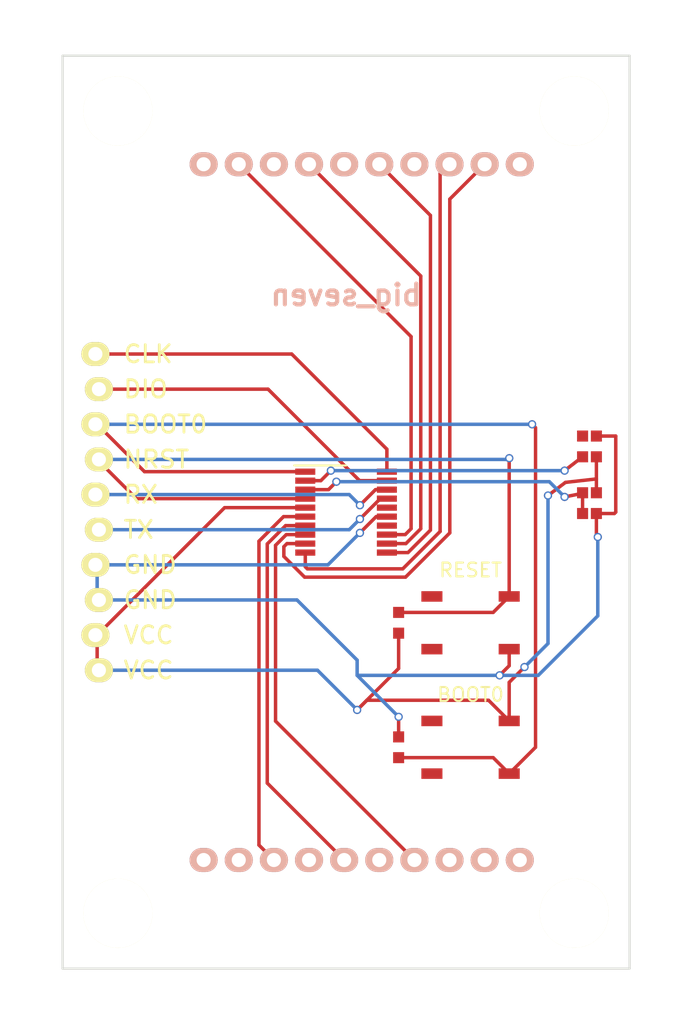
<source format=kicad_pcb>
(kicad_pcb (version 4) (host pcbnew 4.0.2+dfsg1-stable)

  (general
    (links 0)
    (no_connects 0)
    (area 118.774999 66.774999 169.225001 141.225001)
    (thickness 1.6)
    (drawings 16)
    (tracks 137)
    (zones 0)
    (modules 15)
    (nets 1)
  )

  (page A4)
  (layers
    (0 F.Cu signal)
    (31 B.Cu signal)
    (32 B.Adhes user)
    (33 F.Adhes user)
    (34 B.Paste user)
    (35 F.Paste user)
    (36 B.SilkS user)
    (37 F.SilkS user)
    (38 B.Mask user)
    (39 F.Mask user)
    (40 Dwgs.User user)
    (41 Cmts.User user)
    (42 Eco1.User user)
    (43 Eco2.User user)
    (44 Edge.Cuts user)
    (45 Margin user)
    (46 B.CrtYd user)
    (47 F.CrtYd user)
    (48 B.Fab user)
    (49 F.Fab user)
  )

  (setup
    (last_trace_width 0.25)
    (trace_clearance 0.2)
    (zone_clearance 0.508)
    (zone_45_only no)
    (trace_min 0.2)
    (segment_width 0.2)
    (edge_width 0.15)
    (via_size 0.6)
    (via_drill 0.4)
    (via_min_size 0.4)
    (via_min_drill 0.3)
    (uvia_size 0.3)
    (uvia_drill 0.1)
    (uvias_allowed no)
    (uvia_min_size 0.2)
    (uvia_min_drill 0.1)
    (pcb_text_width 0.3)
    (pcb_text_size 1.5 1.5)
    (mod_edge_width 0.15)
    (mod_text_size 1 1)
    (mod_text_width 0.15)
    (pad_size 1.524 1.524)
    (pad_drill 0.762)
    (pad_to_mask_clearance 0.2)
    (aux_axis_origin 0 0)
    (visible_elements FFFFFF7F)
    (pcbplotparams
      (layerselection 0x00030_80000001)
      (usegerberextensions false)
      (excludeedgelayer true)
      (linewidth 0.150000)
      (plotframeref false)
      (viasonmask false)
      (mode 1)
      (useauxorigin false)
      (hpglpennumber 1)
      (hpglpenspeed 20)
      (hpglpendiameter 15)
      (hpglpenoverlay 2)
      (psnegative false)
      (psa4output false)
      (plotreference true)
      (plotvalue true)
      (plotinvisibletext false)
      (padsonsilk false)
      (subtractmaskfromsilk false)
      (outputformat 1)
      (mirror false)
      (drillshape 1)
      (scaleselection 1)
      (outputdirectory ""))
  )

  (net 0 "")

  (net_class Default "This is the default net class."
    (clearance 0.2)
    (trace_width 0.25)
    (via_dia 0.6)
    (via_drill 0.4)
    (uvia_dia 0.3)
    (uvia_drill 0.1)
  )

  (module my_modules:LCD-S101D14TR (layer B.Cu) (tedit 0) (tstamp 5C7C242C)
    (at 144 104 180)
    (descr LCD)
    (tags "pin header")
    (fp_text reference "" (at 0 2.4 180) (layer B.SilkS)
      (effects (font (size 0.5 0.5) (thickness 0.01)) (justify mirror))
    )
    (fp_text value "" (at 0 3.1 180) (layer B.Fab)
      (effects (font (size 0.5 0.5) (thickness 0.01)) (justify mirror))
    )
    (fp_line (start -16.5 25) (end -16.5 -25) (layer B.CrtYd) (width 0.05))
    (fp_line (start 16.5 25) (end 16.5 -25) (layer B.CrtYd) (width 0.05))
    (fp_line (start -16.5 25) (end 16.5 25) (layer B.CrtYd) (width 0.05))
    (fp_line (start -16.5 -25) (end 16.5 -25) (layer B.CrtYd) (width 0.05))
    (fp_line (start -25 0) (end 25 0) (layer B.CrtYd) (width 0.05))
    (fp_line (start 0 35) (end 0 -35) (layer B.CrtYd) (width 0.05))
    (pad 10 thru_hole oval (at 10.3 -25.15 180) (size 2.032 1.7272) (drill 1.016) (layers *.Cu *.Mask B.SilkS))
    (pad 9 thru_hole oval (at 7.76 -25.15 180) (size 2.032 1.7272) (drill 1.016) (layers *.Cu *.Mask B.SilkS))
    (pad 8 thru_hole oval (at 5.22 -25.15 180) (size 2.032 1.7272) (drill 1.016) (layers *.Cu *.Mask B.SilkS))
    (pad 7 thru_hole oval (at 2.68 -25.15 180) (size 2.032 1.7272) (drill 1.016) (layers *.Cu *.Mask B.SilkS))
    (pad 6 thru_hole oval (at 0.14 -25.15 180) (size 2.032 1.7272) (drill 1.016) (layers *.Cu *.Mask B.SilkS))
    (pad 5 thru_hole oval (at -2.4 -25.15 180) (size 2.032 1.7272) (drill 1.016) (layers *.Cu *.Mask B.SilkS))
    (pad 4 thru_hole oval (at -4.94 -25.15 180) (size 2.032 1.7272) (drill 1.016) (layers *.Cu *.Mask B.SilkS))
    (pad 3 thru_hole oval (at -7.48 -25.15 180) (size 2.032 1.7272) (drill 1.016) (layers *.Cu *.Mask B.SilkS))
    (pad 2 thru_hole oval (at -10.02 -25.15 180) (size 2.032 1.7272) (drill 1.016) (layers *.Cu *.Mask B.SilkS))
    (pad 1 thru_hole oval (at -12.56 -25.15 180) (size 2.032 1.7272) (drill 1.016) (layers *.Cu *.Mask B.SilkS))
    (pad 11 thru_hole oval (at 10.3 25.15 180) (size 2.032 1.7272) (drill 1.016) (layers *.Cu *.Mask B.SilkS))
    (pad 12 thru_hole oval (at 7.76 25.15 180) (size 2.032 1.7272) (drill 1.016) (layers *.Cu *.Mask B.SilkS))
    (pad 13 thru_hole oval (at 5.22 25.15 180) (size 2.032 1.7272) (drill 1.016) (layers *.Cu *.Mask B.SilkS))
    (pad 14 thru_hole oval (at 2.68 25.15 180) (size 2.032 1.7272) (drill 1.016) (layers *.Cu *.Mask B.SilkS))
    (pad 15 thru_hole oval (at 0.14 25.15 180) (size 2.032 1.7272) (drill 1.016) (layers *.Cu *.Mask B.SilkS))
    (pad 16 thru_hole oval (at -2.4 25.15 180) (size 2.032 1.7272) (drill 1.016) (layers *.Cu *.Mask B.SilkS))
    (pad 17 thru_hole oval (at -4.94 25.15 180) (size 2.032 1.7272) (drill 1.016) (layers *.Cu *.Mask B.SilkS))
    (pad 18 thru_hole oval (at -7.48 25.15 180) (size 2.032 1.7272) (drill 1.016) (layers *.Cu *.Mask B.SilkS))
    (pad 19 thru_hole oval (at -10.02 25.15 180) (size 2.032 1.7272) (drill 1.016) (layers *.Cu *.Mask B.SilkS))
    (pad 20 thru_hole oval (at -12.56 25.15 180) (size 2.032 1.7272) (drill 1.016) (layers *.Cu *.Mask B.SilkS))
  )

  (module my_modules:STM32 (layer F.Cu) (tedit 54130A77) (tstamp 5C7C2CB8)
    (at 144 104)
    (descr STM32)
    (tags STM32)
    (attr smd)
    (fp_text reference "" (at 0 -4.3) (layer F.SilkS)
      (effects (font (size 1 1) (thickness 0.15)))
    )
    (fp_text value "" (at -1.5 -3) (layer F.Fab)
      (effects (font (size 0.5 0.5) (thickness 0.01)))
    )
    (fp_text user STM32 (at 0 0 90) (layer F.Fab)
      (effects (font (size 0.8 0.8) (thickness 0.1)))
    )
    (fp_line (start -3.95 -3.55) (end -3.95 3.55) (layer F.CrtYd) (width 0.05))
    (fp_line (start 3.95 -3.55) (end 3.95 3.55) (layer F.CrtYd) (width 0.05))
    (fp_line (start -3.95 -3.55) (end 3.95 -3.55) (layer F.CrtYd) (width 0.05))
    (fp_line (start -3.95 3.55) (end 3.95 3.55) (layer F.CrtYd) (width 0.05))
    (fp_line (start -3.75 -3.375) (end 0 -3.375) (layer F.SilkS) (width 0.15))
    (fp_line (start -2.2 -3.25) (end 2.2 -3.25) (layer F.Fab) (width 0.01))
    (fp_line (start -2.2 3.25) (end 2.2 3.25) (layer F.Fab) (width 0.01))
    (fp_line (start -2.2 -3.25) (end -2.2 3.25) (layer F.Fab) (width 0.01))
    (fp_line (start 2.2 -3.25) (end 2.2 3.25) (layer F.Fab) (width 0.01))
    (fp_line (start -8 0) (end 8 0) (layer F.CrtYd) (width 0.05))
    (fp_line (start 0 -8) (end 0 8) (layer F.CrtYd) (width 0.05))
    (pad BOOT smd rect (at -2.95 -2.925) (size 1.45 0.45) (layers F.Cu F.Paste F.Mask))
    (pad 2 smd rect (at -2.95 -2.275) (size 1.45 0.45) (layers F.Cu F.Paste F.Mask))
    (pad 3 smd rect (at -2.95 -1.625) (size 1.45 0.45) (layers F.Cu F.Paste F.Mask))
    (pad NRST smd rect (at -2.95 -0.975) (size 1.45 0.45) (layers F.Cu F.Paste F.Mask))
    (pad VCC smd rect (at -2.95 -0.325) (size 1.45 0.45) (layers F.Cu F.Paste F.Mask))
    (pad PA0 smd rect (at -2.95 0.325) (size 1.45 0.45) (layers F.Cu F.Paste F.Mask))
    (pad PA1 smd rect (at -2.95 0.975) (size 1.45 0.45) (layers F.Cu F.Paste F.Mask))
    (pad PA2 smd rect (at -2.95 1.625) (size 1.45 0.45) (layers F.Cu F.Paste F.Mask))
    (pad PA3 smd rect (at -2.95 2.275) (size 1.45 0.45) (layers F.Cu F.Paste F.Mask))
    (pad PA4 smd rect (at -2.95 2.925) (size 1.45 0.45) (layers F.Cu F.Paste F.Mask))
    (pad PA5 smd rect (at 2.95 2.925) (size 1.45 0.45) (layers F.Cu F.Paste F.Mask))
    (pad PA6 smd rect (at 2.95 2.275) (size 1.45 0.45) (layers F.Cu F.Paste F.Mask))
    (pad PA7 smd rect (at 2.95 1.625) (size 1.45 0.45) (layers F.Cu F.Paste F.Mask))
    (pad PB1 smd rect (at 2.95 0.975) (size 1.45 0.45) (layers F.Cu F.Paste F.Mask))
    (pad GND smd rect (at 2.95 0.325) (size 1.45 0.45) (layers F.Cu F.Paste F.Mask))
    (pad VCC smd rect (at 2.95 -0.325) (size 1.45 0.45) (layers F.Cu F.Paste F.Mask))
    (pad TX smd rect (at 2.95 -0.975) (size 1.45 0.45) (layers F.Cu F.Paste F.Mask))
    (pad RX smd rect (at 2.95 -1.625) (size 1.45 0.45) (layers F.Cu F.Paste F.Mask))
    (pad DIO smd rect (at 2.95 -2.275) (size 1.45 0.45) (layers F.Cu F.Paste F.Mask))
    (pad CLK smd rect (at 2.95 -2.925) (size 1.45 0.45) (layers F.Cu F.Paste F.Mask))
  )

  (module my_modules:BUTTON4_SMD (layer F.Cu) (tedit 5C7C2D41) (tstamp 5C7C35B9)
    (at 153 121)
    (descr button4_smd)
    (tags "SPST button tactile switch")
    (fp_text reference BOOT0 (at 0 -3.81) (layer F.SilkS)
      (effects (font (size 1 1) (thickness 0.15)))
    )
    (fp_text value "" (at 0 3.81) (layer F.Fab)
      (effects (font (size 1 1) (thickness 0.15)))
    )
    (fp_line (start -1.54 -2.54) (end -2.54 -1.54) (layer F.Fab) (width 0.2032))
    (fp_line (start -2.54 -1.24) (end -2.54 1.27) (layer F.Fab) (width 0.2032))
    (fp_line (start -2.54 1.54) (end -1.54 2.54) (layer F.Fab) (width 0.2032))
    (fp_line (start -1.54 2.54) (end 1.54 2.54) (layer F.Fab) (width 0.2032))
    (fp_line (start 1.54 2.54) (end 2.54 1.54) (layer F.Fab) (width 0.2032))
    (fp_line (start 2.54 1.24) (end 2.54 -1.24) (layer F.Fab) (width 0.2032))
    (fp_line (start 2.54 -1.54) (end 1.54 -2.54) (layer F.Fab) (width 0.2032))
    (fp_line (start 1.54 -2.54) (end -1.54 -2.54) (layer F.Fab) (width 0.2032))
    (fp_line (start 1.905 1.27) (end 1.905 0.445) (layer F.Fab) (width 0.127))
    (fp_line (start 1.905 0.445) (end 2.16 -0.01) (layer F.Fab) (width 0.127))
    (fp_line (start 1.905 -0.23) (end 1.905 -1.115) (layer F.Fab) (width 0.127))
    (fp_circle (center 0 0) (end 0 1.27) (layer F.Fab) (width 0.2032))
    (pad 1 smd rect (at -2.794 1.905) (size 1.524 0.762) (layers F.Cu F.Paste F.Mask))
    (pad 2 smd rect (at 2.794 1.905) (size 1.524 0.762) (layers F.Cu F.Paste F.Mask))
    (pad 3 smd rect (at -2.794 -1.905) (size 1.524 0.762) (layers F.Cu F.Paste F.Mask))
    (pad 4 smd rect (at 2.794 -1.905) (size 1.524 0.762) (layers F.Cu F.Paste F.Mask))
  )

  (module my_modules:BUTTON4_SMD (layer F.Cu) (tedit 5C7C2D34) (tstamp 5C7C39E0)
    (at 153 112)
    (descr button4_smd)
    (tags "SPST button tactile switch")
    (fp_text reference RESET (at 0 -3.81) (layer F.SilkS)
      (effects (font (size 1 1) (thickness 0.15)))
    )
    (fp_text value "" (at 0 3.81) (layer F.Fab)
      (effects (font (size 1 1) (thickness 0.15)))
    )
    (fp_line (start -1.54 -2.54) (end -2.54 -1.54) (layer F.Fab) (width 0.2032))
    (fp_line (start -2.54 -1.24) (end -2.54 1.27) (layer F.Fab) (width 0.2032))
    (fp_line (start -2.54 1.54) (end -1.54 2.54) (layer F.Fab) (width 0.2032))
    (fp_line (start -1.54 2.54) (end 1.54 2.54) (layer F.Fab) (width 0.2032))
    (fp_line (start 1.54 2.54) (end 2.54 1.54) (layer F.Fab) (width 0.2032))
    (fp_line (start 2.54 1.24) (end 2.54 -1.24) (layer F.Fab) (width 0.2032))
    (fp_line (start 2.54 -1.54) (end 1.54 -2.54) (layer F.Fab) (width 0.2032))
    (fp_line (start 1.54 -2.54) (end -1.54 -2.54) (layer F.Fab) (width 0.2032))
    (fp_line (start 1.905 1.27) (end 1.905 0.445) (layer F.Fab) (width 0.127))
    (fp_line (start 1.905 0.445) (end 2.16 -0.01) (layer F.Fab) (width 0.127))
    (fp_line (start 1.905 -0.23) (end 1.905 -1.115) (layer F.Fab) (width 0.127))
    (fp_circle (center 0 0) (end 0 1.27) (layer F.Fab) (width 0.2032))
    (pad 1 smd rect (at -2.794 1.905) (size 1.524 0.762) (layers F.Cu F.Paste F.Mask))
    (pad 2 smd rect (at 2.794 1.905) (size 1.524 0.762) (layers F.Cu F.Paste F.Mask))
    (pad 3 smd rect (at -2.794 -1.905) (size 1.524 0.762) (layers F.Cu F.Paste F.Mask))
    (pad 4 smd rect (at 2.794 -1.905) (size 1.524 0.762) (layers F.Cu F.Paste F.Mask))
  )

  (module my_modules:R_0603 (layer F.Cu) (tedit 5415CC62) (tstamp 5C7C3E66)
    (at 147.8 112 90)
    (descr R0603)
    (tags "resistor capacitor led 0603")
    (attr smd)
    (fp_text reference "" (at 0 0 90) (layer F.SilkS)
      (effects (font (size 0.5 0.5) (thickness 0.1)))
    )
    (fp_text value R (at 0 0 90) (layer F.Fab)
      (effects (font (size 0.5 0.5) (thickness 0.01)))
    )
    (fp_line (start -1.2 -0.45) (end 1.2 -0.45) (layer F.CrtYd) (width 0.01))
    (fp_line (start -1.2 0.45) (end 1.2 0.45) (layer F.CrtYd) (width 0.01))
    (fp_line (start -1.2 -0.45) (end -1.2 0.45) (layer F.CrtYd) (width 0.01))
    (fp_line (start 1.2 -0.45) (end 1.2 0.45) (layer F.CrtYd) (width 0.01))
    (pad 1 smd rect (at -0.75 0 90) (size 0.8 0.8) (layers F.Cu F.Paste F.Mask))
    (pad 2 smd rect (at 0.75 0 90) (size 0.8 0.8) (layers F.Cu F.Paste F.Mask))
  )

  (module my_modules:R_0603 (layer F.Cu) (tedit 5415CC62) (tstamp 5C7C3E79)
    (at 147.8 121 90)
    (descr R0603)
    (tags "resistor capacitor led 0603")
    (attr smd)
    (fp_text reference "" (at 0 0 90) (layer F.SilkS)
      (effects (font (size 0.5 0.5) (thickness 0.1)))
    )
    (fp_text value R (at 0 0 90) (layer F.Fab)
      (effects (font (size 0.5 0.5) (thickness 0.01)))
    )
    (fp_line (start -1.2 -0.45) (end 1.2 -0.45) (layer F.CrtYd) (width 0.01))
    (fp_line (start -1.2 0.45) (end 1.2 0.45) (layer F.CrtYd) (width 0.01))
    (fp_line (start -1.2 -0.45) (end -1.2 0.45) (layer F.CrtYd) (width 0.01))
    (fp_line (start 1.2 -0.45) (end 1.2 0.45) (layer F.CrtYd) (width 0.01))
    (pad 1 smd rect (at -0.75 0 90) (size 0.8 0.8) (layers F.Cu F.Paste F.Mask))
    (pad 2 smd rect (at 0.75 0 90) (size 0.8 0.8) (layers F.Cu F.Paste F.Mask))
  )

  (module my_modules:Hole0 (layer F.Cu) (tedit 0) (tstamp 5C7C4728)
    (at 160.5 133)
    (descr hole0)
    (tags hole)
    (fp_text reference "" (at 0 0) (layer F.SilkS)
      (effects (font (size 0.5 0.5) (thickness 0.01)))
    )
    (fp_text value "" (at 0 0) (layer F.Fab)
      (effects (font (size 0.5 0.5) (thickness 0.01)))
    )
    (fp_line (start -8 0) (end 8 0) (layer F.CrtYd) (width 0.05))
    (fp_line (start 0 -8) (end 0 8) (layer F.CrtYd) (width 0.05))
    (fp_line (start -3 -3) (end -3 3) (layer F.CrtYd) (width 0.05))
    (fp_line (start 3 -3) (end 3 3) (layer F.CrtYd) (width 0.05))
    (fp_line (start -3 -3) (end 3 -3) (layer F.CrtYd) (width 0.05))
    (fp_line (start -3 3) (end 3 3) (layer F.CrtYd) (width 0.05))
    (fp_line (start -4 -4) (end -4 4) (layer F.CrtYd) (width 0.05))
    (fp_line (start 4 -4) (end 4 4) (layer F.CrtYd) (width 0.05))
    (fp_line (start -4 -4) (end 4 -4) (layer F.CrtYd) (width 0.05))
    (fp_line (start -4 4) (end 4 4) (layer F.CrtYd) (width 0.05))
    (pad "" np_thru_hole circle (at 0 0) (size 5 5) (drill 5) (layers *.Cu *.Mask F.SilkS))
  )

  (module my_modules:Hole0 (layer F.Cu) (tedit 0) (tstamp 5C7C4745)
    (at 127.5 133)
    (descr hole0)
    (tags hole)
    (fp_text reference "" (at 0 0) (layer F.SilkS)
      (effects (font (size 0.5 0.5) (thickness 0.01)))
    )
    (fp_text value "" (at 0 0) (layer F.Fab)
      (effects (font (size 0.5 0.5) (thickness 0.01)))
    )
    (fp_line (start -8 0) (end 8 0) (layer F.CrtYd) (width 0.05))
    (fp_line (start 0 -8) (end 0 8) (layer F.CrtYd) (width 0.05))
    (fp_line (start -3 -3) (end -3 3) (layer F.CrtYd) (width 0.05))
    (fp_line (start 3 -3) (end 3 3) (layer F.CrtYd) (width 0.05))
    (fp_line (start -3 -3) (end 3 -3) (layer F.CrtYd) (width 0.05))
    (fp_line (start -3 3) (end 3 3) (layer F.CrtYd) (width 0.05))
    (fp_line (start -4 -4) (end -4 4) (layer F.CrtYd) (width 0.05))
    (fp_line (start 4 -4) (end 4 4) (layer F.CrtYd) (width 0.05))
    (fp_line (start -4 -4) (end 4 -4) (layer F.CrtYd) (width 0.05))
    (fp_line (start -4 4) (end 4 4) (layer F.CrtYd) (width 0.05))
    (pad "" np_thru_hole circle (at 0 0) (size 5 5) (drill 5) (layers *.Cu *.Mask F.SilkS))
  )

  (module my_modules:Hole0 (layer F.Cu) (tedit 0) (tstamp 5C7C4762)
    (at 160.5 75)
    (descr hole0)
    (tags hole)
    (fp_text reference "" (at 0 0) (layer F.SilkS)
      (effects (font (size 0.5 0.5) (thickness 0.01)))
    )
    (fp_text value "" (at 0 0) (layer F.Fab)
      (effects (font (size 0.5 0.5) (thickness 0.01)))
    )
    (fp_line (start -8 0) (end 8 0) (layer F.CrtYd) (width 0.05))
    (fp_line (start 0 -8) (end 0 8) (layer F.CrtYd) (width 0.05))
    (fp_line (start -3 -3) (end -3 3) (layer F.CrtYd) (width 0.05))
    (fp_line (start 3 -3) (end 3 3) (layer F.CrtYd) (width 0.05))
    (fp_line (start -3 -3) (end 3 -3) (layer F.CrtYd) (width 0.05))
    (fp_line (start -3 3) (end 3 3) (layer F.CrtYd) (width 0.05))
    (fp_line (start -4 -4) (end -4 4) (layer F.CrtYd) (width 0.05))
    (fp_line (start 4 -4) (end 4 4) (layer F.CrtYd) (width 0.05))
    (fp_line (start -4 -4) (end 4 -4) (layer F.CrtYd) (width 0.05))
    (fp_line (start -4 4) (end 4 4) (layer F.CrtYd) (width 0.05))
    (pad "" np_thru_hole circle (at 0 0) (size 5 5) (drill 5) (layers *.Cu *.Mask F.SilkS))
  )

  (module my_modules:Hole0 (layer F.Cu) (tedit 0) (tstamp 5C7C477F)
    (at 127.5 75)
    (descr hole0)
    (tags hole)
    (fp_text reference "" (at 0 0) (layer F.SilkS)
      (effects (font (size 0.5 0.5) (thickness 0.01)))
    )
    (fp_text value "" (at 0 0) (layer F.Fab)
      (effects (font (size 0.5 0.5) (thickness 0.01)))
    )
    (fp_line (start -8 0) (end 8 0) (layer F.CrtYd) (width 0.05))
    (fp_line (start 0 -8) (end 0 8) (layer F.CrtYd) (width 0.05))
    (fp_line (start -3 -3) (end -3 3) (layer F.CrtYd) (width 0.05))
    (fp_line (start 3 -3) (end 3 3) (layer F.CrtYd) (width 0.05))
    (fp_line (start -3 -3) (end 3 -3) (layer F.CrtYd) (width 0.05))
    (fp_line (start -3 3) (end 3 3) (layer F.CrtYd) (width 0.05))
    (fp_line (start -4 -4) (end -4 4) (layer F.CrtYd) (width 0.05))
    (fp_line (start 4 -4) (end 4 4) (layer F.CrtYd) (width 0.05))
    (fp_line (start -4 -4) (end 4 -4) (layer F.CrtYd) (width 0.05))
    (fp_line (start -4 4) (end 4 4) (layer F.CrtYd) (width 0.05))
    (pad "" np_thru_hole circle (at 0 0) (size 5 5) (drill 5) (layers *.Cu *.Mask F.SilkS))
  )

  (module my_modules:SBRIDGE (layer F.Cu) (tedit 5415CC62) (tstamp 5C7C38BA)
    (at 161.6 100)
    (descr SBRIDGE)
    (tags "resistor capacitor led 0603")
    (attr smd)
    (fp_text reference "" (at 0 0) (layer F.SilkS)
      (effects (font (size 0.5 0.5) (thickness 0.1)))
    )
    (fp_text value "" (at 0 0) (layer F.Fab)
      (effects (font (size 0.5 0.5) (thickness 0.01)))
    )
    (pad 1 smd rect (at -0.5 0) (size 0.8 0.8) (layers F.Cu F.Paste F.Mask))
    (pad 2 smd rect (at 0.5 0) (size 0.8 0.8) (layers F.Cu F.Paste F.Mask))
  )

  (module my_modules:SBRIDGE (layer F.Cu) (tedit 5415CC62) (tstamp 5C7C38C5)
    (at 161.6 102.6)
    (descr SBRIDGE)
    (tags "resistor capacitor led 0603")
    (attr smd)
    (fp_text reference "" (at 0 0) (layer F.SilkS)
      (effects (font (size 0.5 0.5) (thickness 0.1)))
    )
    (fp_text value "" (at 0 0) (layer F.Fab)
      (effects (font (size 0.5 0.5) (thickness 0.01)))
    )
    (pad 1 smd rect (at -0.5 0) (size 0.8 0.8) (layers F.Cu F.Paste F.Mask))
    (pad 2 smd rect (at 0.5 0) (size 0.8 0.8) (layers F.Cu F.Paste F.Mask))
  )

  (module my_modules:SBRIDGE (layer F.Cu) (tedit 5415CC62) (tstamp 5C7C38D0)
    (at 161.6 104.1)
    (descr SBRIDGE)
    (tags "resistor capacitor led 0603")
    (attr smd)
    (fp_text reference "" (at 0 0) (layer F.SilkS)
      (effects (font (size 0.5 0.5) (thickness 0.1)))
    )
    (fp_text value "" (at 0 0) (layer F.Fab)
      (effects (font (size 0.5 0.5) (thickness 0.01)))
    )
    (pad 1 smd rect (at -0.5 0) (size 0.8 0.8) (layers F.Cu F.Paste F.Mask))
    (pad 2 smd rect (at 0.5 0) (size 0.8 0.8) (layers F.Cu F.Paste F.Mask))
  )

  (module my_modules:SBRIDGE (layer F.Cu) (tedit 5415CC62) (tstamp 5C7C38DB)
    (at 161.6 98.5)
    (descr SBRIDGE)
    (tags "resistor capacitor led 0603")
    (attr smd)
    (fp_text reference "" (at 0 0) (layer F.SilkS)
      (effects (font (size 0.5 0.5) (thickness 0.1)))
    )
    (fp_text value "" (at 0 0) (layer F.Fab)
      (effects (font (size 0.5 0.5) (thickness 0.01)))
    )
    (pad 1 smd rect (at -0.5 0) (size 0.8 0.8) (layers F.Cu F.Paste F.Mask))
    (pad 2 smd rect (at 0.5 0) (size 0.8 0.8) (layers F.Cu F.Paste F.Mask))
  )

  (module my_modules:header1x10wiggle (layer F.Cu) (tedit 0) (tstamp 5C7C3B9D)
    (at 126 104)
    (descr "Through hole pin header")
    (tags "pin header")
    (fp_text reference "" (at 0 -2.4) (layer F.SilkS)
      (effects (font (size 0.5 0.5) (thickness 0.01)))
    )
    (fp_text value "" (at 0 -3.1) (layer F.Fab)
      (effects (font (size 0.5 0.5) (thickness 0.01)))
    )
    (fp_line (start -1.75 -13.18) (end -1.75 13.18) (layer F.CrtYd) (width 0.05))
    (fp_line (start 1.75 -13.18) (end 1.75 13.18) (layer F.CrtYd) (width 0.05))
    (fp_line (start -1.75 -13.18) (end 1.75 -13.18) (layer F.CrtYd) (width 0.05))
    (fp_line (start -1.75 13.18) (end 1.75 13.18) (layer F.CrtYd) (width 0.05))
    (fp_line (start -6 -11.43) (end 6 -11.43) (layer F.CrtYd) (width 0.01))
    (fp_line (start -6 0) (end 6 0) (layer F.CrtYd) (width 0.01))
    (fp_line (start -6 11.43) (end 6 11.43) (layer F.CrtYd) (width 0.01))
    (pad 2 thru_hole oval (at -0.127 -11.43) (size 2.032 1.7272) (drill 1.016) (layers *.Cu *.Mask F.SilkS))
    (pad 3 thru_hole oval (at 0.127 -8.89) (size 2.032 1.7272) (drill 1.016) (layers *.Cu *.Mask F.SilkS))
    (pad 4 thru_hole oval (at -0.127 -6.35) (size 2.032 1.7272) (drill 1.016) (layers *.Cu *.Mask F.SilkS))
    (pad 5 thru_hole oval (at 0.127 -3.81) (size 2.032 1.7272) (drill 1.016) (layers *.Cu *.Mask F.SilkS))
    (pad 6 thru_hole oval (at -0.127 -1.27) (size 2.032 1.7272) (drill 1.016) (layers *.Cu *.Mask F.SilkS))
    (pad 7 thru_hole oval (at 0.127 1.27) (size 2.032 1.7272) (drill 1.016) (layers *.Cu *.Mask F.SilkS))
    (pad 8 thru_hole oval (at -0.127 3.81) (size 2.032 1.7272) (drill 1.016) (layers *.Cu *.Mask F.SilkS))
    (pad 9 thru_hole oval (at 0.127 6.35) (size 2.032 1.7272) (drill 1.016) (layers *.Cu *.Mask F.SilkS))
    (pad 10 thru_hole oval (at -0.127 8.89) (size 2.032 1.7272) (drill 1.016) (layers *.Cu *.Mask F.SilkS))
    (pad 11 thru_hole oval (at 0.127 11.43) (size 2.032 1.7272) (drill 1.016) (layers *.Cu *.Mask F.SilkS))
  )

  (gr_text big_seven (at 144 88.3) (layer B.SilkS)
    (effects (font (size 1.5 1.5) (thickness 0.3)) (justify mirror))
  )
  (gr_line (start 164.5 71) (end 164.5 72) (angle 90) (layer Edge.Cuts) (width 0.15))
  (gr_line (start 123.5 71) (end 164.5 71) (angle 90) (layer Edge.Cuts) (width 0.15))
  (gr_line (start 123.5 137) (end 123.5 71) (angle 90) (layer Edge.Cuts) (width 0.15))
  (gr_line (start 164.5 137) (end 123.5 137) (angle 90) (layer Edge.Cuts) (width 0.15))
  (gr_line (start 164.5 72) (end 164.5 137) (angle 90) (layer Edge.Cuts) (width 0.15))
  (gr_text VCC (at 127.8 115.43) (layer F.SilkS)
    (effects (font (size 1.25 1.25) (thickness 0.2)) (justify left))
  )
  (gr_text VCC (at 127.8 112.89) (layer F.SilkS)
    (effects (font (size 1.25 1.25) (thickness 0.2)) (justify left))
  )
  (gr_text GND (at 127.8 110.35) (layer F.SilkS)
    (effects (font (size 1.25 1.25) (thickness 0.2)) (justify left))
  )
  (gr_text GND (at 127.8 107.81) (layer F.SilkS)
    (effects (font (size 1.25 1.25) (thickness 0.2)) (justify left))
  )
  (gr_text TX (at 127.8 105.27) (layer F.SilkS)
    (effects (font (size 1.25 1.25) (thickness 0.2)) (justify left))
  )
  (gr_text RX (at 127.8 102.73) (layer F.SilkS)
    (effects (font (size 1.25 1.25) (thickness 0.2)) (justify left))
  )
  (gr_text NRST (at 127.8 100.19) (layer F.SilkS)
    (effects (font (size 1.25 1.25) (thickness 0.2)) (justify left))
  )
  (gr_text BOOT0 (at 127.8 97.65) (layer F.SilkS)
    (effects (font (size 1.25 1.25) (thickness 0.2)) (justify left))
  )
  (gr_text DIO (at 127.8 95.11) (layer F.SilkS)
    (effects (font (size 1.25 1.25) (thickness 0.2)) (justify left))
  )
  (gr_text CLK (at 127.8 92.57) (layer F.SilkS)
    (effects (font (size 1.25 1.25) (thickness 0.2)) (justify left))
  )

  (segment (start 162.1 98.5) (end 163.5 98.5) (width 0.25) (layer F.Cu) (net 0))
  (segment (start 163.4 104.1) (end 162.1 104.1) (width 0.25) (layer F.Cu) (net 0) (tstamp 5C7C3932))
  (segment (start 163.5 104) (end 163.4 104.1) (width 0.25) (layer F.Cu) (net 0) (tstamp 5C7C3931))
  (segment (start 163.5 98.5) (end 163.5 104) (width 0.25) (layer F.Cu) (net 0) (tstamp 5C7C3930))
  (segment (start 155.1 115.8) (end 157.9 115.8) (width 0.25) (layer B.Cu) (net 0))
  (segment (start 162.1 105.7) (end 162.1 104.1) (width 0.25) (layer F.Cu) (net 0) (tstamp 5C7C3929))
  (segment (start 162.2 105.8) (end 162.1 105.7) (width 0.25) (layer F.Cu) (net 0) (tstamp 5C7C3928))
  (via (at 162.2 105.8) (size 0.6) (drill 0.4) (layers F.Cu B.Cu) (net 0))
  (segment (start 162.2 111.5) (end 162.2 105.8) (width 0.25) (layer B.Cu) (net 0) (tstamp 5C7C3925))
  (segment (start 157.9 115.8) (end 162.2 111.5) (width 0.25) (layer B.Cu) (net 0) (tstamp 5C7C3923))
  (segment (start 162.1 101.6) (end 162.1 102.6) (width 0.25) (layer F.Cu) (net 0))
  (segment (start 162.1 100) (end 162.1 101.6) (width 0.25) (layer F.Cu) (net 0))
  (segment (start 155.794 116.306) (end 156.9 115.2) (width 0.25) (layer F.Cu) (net 0) (tstamp 5C7C38EA))
  (via (at 156.9 115.2) (size 0.6) (drill 0.4) (layers F.Cu B.Cu) (net 0))
  (segment (start 156.9 115.2) (end 158.6 113.5) (width 0.25) (layer B.Cu) (net 0) (tstamp 5C7C38ED))
  (segment (start 158.6 113.5) (end 158.6 102.8) (width 0.25) (layer B.Cu) (net 0) (tstamp 5C7C38EE))
  (via (at 158.6 102.8) (size 0.6) (drill 0.4) (layers F.Cu B.Cu) (net 0))
  (segment (start 158.6 102.8) (end 159.862384 101.850015) (width 0.25) (layer F.Cu) (net 0) (tstamp 5C7C38F1))
  (segment (start 159.862384 101.850015) (end 162.1 101.6) (width 0.25) (layer F.Cu) (net 0) (tstamp 5C7C38F2))
  (segment (start 155.794 116.306) (end 155.794 119.095) (width 0.25) (layer F.Cu) (net 0))
  (segment (start 161.1 100) (end 159.8 101) (width 0.25) (layer F.Cu) (net 0) (tstamp 5C7C38E2))
  (segment (start 142.175 101.725) (end 142.9 101) (width 0.25) (layer F.Cu) (net 0) (tstamp 5C7C479D))
  (via (at 142.9 101) (size 0.6) (drill 0.4) (layers F.Cu B.Cu) (net 0))
  (segment (start 142.9 101) (end 159.8 101) (width 0.25) (layer B.Cu) (net 0) (tstamp 5C7C479F))
  (via (at 159.8 101) (size 0.6) (drill 0.4) (layers F.Cu B.Cu) (net 0))
  (segment (start 141.05 101.725) (end 142.175 101.725) (width 0.25) (layer F.Cu) (net 0))
  (segment (start 161.1 104.1) (end 161.1 102.6) (width 0.25) (layer F.Cu) (net 0))
  (segment (start 161.1 102.6) (end 160.8 102.7) (width 0.25) (layer F.Cu) (net 0) (tstamp 5C7C38E5))
  (segment (start 160.8 102.7) (end 159.8 102.9) (width 0.25) (layer F.Cu) (net 0) (tstamp 5C7C38E6))
  (segment (start 141.05 102.375) (end 142.725 102.375) (width 0.25) (layer F.Cu) (net 0))
  (via (at 159.8 102.9) (size 0.6) (drill 0.4) (layers F.Cu B.Cu) (net 0))
  (segment (start 158.7 101.8) (end 159.8 102.9) (width 0.25) (layer B.Cu) (net 0) (tstamp 5C7C47A7))
  (segment (start 143.3 101.8) (end 158.7 101.8) (width 0.25) (layer B.Cu) (net 0) (tstamp 5C7C47A6))
  (via (at 143.3 101.8) (size 0.6) (drill 0.4) (layers F.Cu B.Cu) (net 0))
  (segment (start 142.725 102.375) (end 143.3 101.8) (width 0.25) (layer F.Cu) (net 0) (tstamp 5C7C47A4))
  (segment (start 144.8 114.7) (end 144.8 115.8) (width 0.25) (layer B.Cu) (net 0))
  (segment (start 144.8 115.8) (end 155.1 115.8) (width 0.25) (layer B.Cu) (net 0) (tstamp 5C7C3ECC))
  (segment (start 155.794 115.106) (end 155.794 113.905) (width 0.25) (layer F.Cu) (net 0) (tstamp 5C7C3ED0))
  (segment (start 155.1 115.8) (end 155.794 115.106) (width 0.25) (layer F.Cu) (net 0) (tstamp 5C7C3ECF))
  (via (at 155.1 115.8) (size 0.6) (drill 0.4) (layers F.Cu B.Cu) (net 0))
  (segment (start 140.45 110.35) (end 144.8 114.7) (width 0.25) (layer B.Cu) (net 0) (tstamp 5C7C3E9B))
  (segment (start 126 110.35) (end 140.45 110.35) (width 0.25) (layer B.Cu) (net 0))
  (segment (start 147.8 118.8) (end 147.8 120.25) (width 0.25) (layer F.Cu) (net 0) (tstamp 5C7C3EC4))
  (via (at 147.8 118.8) (size 0.6) (drill 0.4) (layers F.Cu B.Cu) (net 0))
  (segment (start 144.8 115.8) (end 147.8 118.8) (width 0.25) (layer B.Cu) (net 0) (tstamp 5C7C3EC1))
  (segment (start 147.8 112.75) (end 147.8 115.3) (width 0.25) (layer F.Cu) (net 0))
  (segment (start 147.8 115.3) (end 144.8 118.3) (width 0.25) (layer F.Cu) (net 0) (tstamp 5C7C3EB0))
  (segment (start 144.8 118.3) (end 145.5 117.6) (width 0.25) (layer F.Cu) (net 0))
  (segment (start 126 115.43) (end 141.93 115.43) (width 0.25) (layer B.Cu) (net 0))
  (via (at 144.8 118.3) (size 0.6) (drill 0.4) (layers F.Cu B.Cu) (net 0))
  (segment (start 141.93 115.43) (end 144.8 118.3) (width 0.25) (layer B.Cu) (net 0) (tstamp 5C7C3E95))
  (segment (start 154.299 117.6) (end 155.794 119.095) (width 0.25) (layer F.Cu) (net 0) (tstamp 5C7C3EAA))
  (segment (start 145.5 117.6) (end 154.299 117.6) (width 0.25) (layer F.Cu) (net 0) (tstamp 5C7C3EA9))
  (segment (start 157.5 97.7) (end 157.45 97.65) (width 0.25) (layer B.Cu) (net 0))
  (segment (start 157.45 97.65) (end 157.5 97.7) (width 0.25) (layer B.Cu) (net 0) (tstamp 5C7C3E8B))
  (via (at 157.45 97.65) (size 0.6) (drill 0.4) (layers F.Cu B.Cu) (net 0))
  (segment (start 157.45 97.65) (end 157.7 97.9) (width 0.25) (layer F.Cu) (net 0) (tstamp 5C7C3E90))
  (segment (start 157.7 97.9) (end 157.7 120.999) (width 0.25) (layer F.Cu) (net 0) (tstamp 5C7C3E91))
  (segment (start 157.7 120.999) (end 155.794 122.905) (width 0.25) (layer F.Cu) (net 0) (tstamp 5C7C3E92))
  (segment (start 126 97.65) (end 157.45 97.65) (width 0.25) (layer B.Cu) (net 0))
  (segment (start 147.8 121.75) (end 154.639 121.75) (width 0.25) (layer F.Cu) (net 0))
  (segment (start 154.639 121.75) (end 155.794 122.905) (width 0.25) (layer F.Cu) (net 0) (tstamp 5C7C3E87))
  (segment (start 147.8 111.25) (end 154.639 111.25) (width 0.25) (layer F.Cu) (net 0))
  (segment (start 154.639 111.25) (end 155.794 110.095) (width 0.25) (layer F.Cu) (net 0) (tstamp 5C7C3E83))
  (segment (start 126 100.19) (end 155.71 100.19) (width 0.25) (layer B.Cu) (net 0))
  (segment (start 155.794 100.106) (end 155.794 110.095) (width 0.25) (layer F.Cu) (net 0) (tstamp 5C7C39FA))
  (segment (start 155.8 100.1) (end 155.794 100.106) (width 0.25) (layer F.Cu) (net 0) (tstamp 5C7C39F9))
  (via (at 155.8 100.1) (size 0.6) (drill 0.4) (layers F.Cu B.Cu) (net 0))
  (segment (start 155.71 100.19) (end 155.8 100.1) (width 0.25) (layer B.Cu) (net 0) (tstamp 5C7C39F7))
  (segment (start 141.05 104.325) (end 139.475 104.325) (width 0.25) (layer F.Cu) (net 0))
  (segment (start 137.7 128.07) (end 138.78 129.15) (width 0.25) (layer F.Cu) (net 0) (tstamp 5C7C37E0))
  (segment (start 137.7 106.1) (end 137.7 128.07) (width 0.25) (layer F.Cu) (net 0) (tstamp 5C7C37DE))
  (segment (start 139.475 104.325) (end 137.7 106.1) (width 0.25) (layer F.Cu) (net 0) (tstamp 5C7C37DC))
  (segment (start 141.05 104.975) (end 139.625 104.975) (width 0.25) (layer F.Cu) (net 0))
  (segment (start 138.3 123.59) (end 143.86 129.15) (width 0.25) (layer F.Cu) (net 0) (tstamp 5C7C37D6))
  (segment (start 138.3 106.3) (end 138.3 123.59) (width 0.25) (layer F.Cu) (net 0) (tstamp 5C7C37D4))
  (segment (start 139.625 104.975) (end 138.3 106.3) (width 0.25) (layer F.Cu) (net 0) (tstamp 5C7C37D2))
  (segment (start 141.05 105.625) (end 139.675 105.625) (width 0.25) (layer F.Cu) (net 0))
  (segment (start 138.9 119.11) (end 148.94 129.15) (width 0.25) (layer F.Cu) (net 0) (tstamp 5C7C37CF))
  (segment (start 138.9 106.4) (end 138.9 119.11) (width 0.25) (layer F.Cu) (net 0) (tstamp 5C7C37CE))
  (segment (start 139.675 105.625) (end 138.9 106.4) (width 0.25) (layer F.Cu) (net 0) (tstamp 5C7C37CC))
  (segment (start 141.05 106.275) (end 139.725 106.275) (width 0.25) (layer F.Cu) (net 0))
  (segment (start 151.5 81.37) (end 154.02 78.85) (width 0.25) (layer F.Cu) (net 0) (tstamp 5C7C37A3))
  (segment (start 151.5 105.5) (end 151.5 81.37) (width 0.25) (layer F.Cu) (net 0) (tstamp 5C7C37A1))
  (segment (start 148.3 108.7) (end 151.5 105.5) (width 0.25) (layer F.Cu) (net 0) (tstamp 5C7C379F))
  (segment (start 141 108.7) (end 148.3 108.7) (width 0.25) (layer F.Cu) (net 0) (tstamp 5C7C379D))
  (segment (start 139.5 107.2) (end 141 108.7) (width 0.25) (layer F.Cu) (net 0) (tstamp 5C7C379C))
  (segment (start 139.5 106.5) (end 139.5 107.2) (width 0.25) (layer F.Cu) (net 0) (tstamp 5C7C379B))
  (segment (start 139.725 106.275) (end 139.5 106.5) (width 0.25) (layer F.Cu) (net 0) (tstamp 5C7C3799))
  (segment (start 141.05 106.925) (end 141.05 107.95) (width 0.25) (layer F.Cu) (net 0))
  (segment (start 150.8 105.4) (end 150.8 79.53) (width 0.25) (layer F.Cu) (net 0) (tstamp 5C7C3795))
  (segment (start 148.1 108.1) (end 150.8 105.4) (width 0.25) (layer F.Cu) (net 0) (tstamp 5C7C3793))
  (segment (start 141.2 108.1) (end 148.1 108.1) (width 0.25) (layer F.Cu) (net 0) (tstamp 5C7C3792))
  (segment (start 141.05 107.95) (end 141.2 108.1) (width 0.25) (layer F.Cu) (net 0) (tstamp 5C7C3790))
  (segment (start 150.8 79.53) (end 151.48 78.85) (width 0.25) (layer F.Cu) (net 0) (tstamp 5C7C3797))
  (segment (start 146.95 106.925) (end 148.475 106.925) (width 0.25) (layer F.Cu) (net 0))
  (segment (start 150.1 82.55) (end 146.4 78.85) (width 0.25) (layer F.Cu) (net 0) (tstamp 5C7C378D))
  (segment (start 150.1 105.3) (end 150.1 82.55) (width 0.25) (layer F.Cu) (net 0) (tstamp 5C7C378B))
  (segment (start 148.475 106.925) (end 150.1 105.3) (width 0.25) (layer F.Cu) (net 0) (tstamp 5C7C3789))
  (segment (start 146.95 106.275) (end 148.325 106.275) (width 0.25) (layer F.Cu) (net 0))
  (segment (start 149.4 86.93) (end 141.32 78.85) (width 0.25) (layer F.Cu) (net 0) (tstamp 5C7C3786))
  (segment (start 149.4 105.2) (end 149.4 86.93) (width 0.25) (layer F.Cu) (net 0) (tstamp 5C7C3784))
  (segment (start 148.325 106.275) (end 149.4 105.2) (width 0.25) (layer F.Cu) (net 0) (tstamp 5C7C3782))
  (segment (start 146.95 105.625) (end 148.275 105.625) (width 0.25) (layer F.Cu) (net 0))
  (segment (start 148.7 91.31) (end 136.24 78.85) (width 0.25) (layer F.Cu) (net 0) (tstamp 5C7C377F))
  (segment (start 148.7 105.2) (end 148.7 91.31) (width 0.25) (layer F.Cu) (net 0) (tstamp 5C7C377E))
  (segment (start 148.275 105.625) (end 148.7 105.2) (width 0.25) (layer F.Cu) (net 0) (tstamp 5C7C377D))
  (segment (start 146.95 101.075) (end 146.95 99.45) (width 0.25) (layer F.Cu) (net 0))
  (segment (start 140.07 92.57) (end 126 92.57) (width 0.25) (layer F.Cu) (net 0) (tstamp 5C7C375B))
  (segment (start 146.95 99.45) (end 140.07 92.57) (width 0.25) (layer F.Cu) (net 0) (tstamp 5C7C3759))
  (segment (start 146.95 101.725) (end 144.975 101.725) (width 0.25) (layer F.Cu) (net 0))
  (segment (start 138.36 95.11) (end 126 95.11) (width 0.25) (layer F.Cu) (net 0) (tstamp 5C7C3756))
  (segment (start 144.975 101.725) (end 138.36 95.11) (width 0.25) (layer F.Cu) (net 0) (tstamp 5C7C3754))
  (segment (start 141.05 101.075) (end 129.425 101.075) (width 0.25) (layer F.Cu) (net 0))
  (segment (start 129.425 101.075) (end 126 97.65) (width 0.25) (layer F.Cu) (net 0) (tstamp 5C7C3751))
  (segment (start 141.05 103.025) (end 128.835 103.025) (width 0.25) (layer F.Cu) (net 0))
  (segment (start 128.835 103.025) (end 126 100.19) (width 0.25) (layer F.Cu) (net 0) (tstamp 5C7C374E))
  (segment (start 146.95 102.375) (end 146.125 102.375) (width 0.25) (layer F.Cu) (net 0))
  (segment (start 144.23 102.73) (end 126 102.73) (width 0.25) (layer B.Cu) (net 0) (tstamp 5C7C3745))
  (segment (start 145 103.5) (end 144.23 102.73) (width 0.25) (layer B.Cu) (net 0) (tstamp 5C7C3744))
  (via (at 145 103.5) (size 0.6) (drill 0.4) (layers F.Cu B.Cu) (net 0))
  (segment (start 146.125 102.375) (end 145 103.5) (width 0.25) (layer F.Cu) (net 0) (tstamp 5C7C3742))
  (segment (start 146.95 103.025) (end 146.475 103.025) (width 0.25) (layer F.Cu) (net 0))
  (segment (start 146.475 103.025) (end 145 104.5) (width 0.25) (layer F.Cu) (net 0) (tstamp 5C7C373D))
  (via (at 145 104.5) (size 0.6) (drill 0.4) (layers F.Cu B.Cu) (net 0))
  (segment (start 145 104.5) (end 144.23 105.27) (width 0.25) (layer B.Cu) (net 0) (tstamp 5C7C373F))
  (segment (start 144.23 105.27) (end 126 105.27) (width 0.25) (layer B.Cu) (net 0) (tstamp 5C7C3740))
  (segment (start 146.95 104.325) (end 146.175 104.325) (width 0.25) (layer F.Cu) (net 0))
  (segment (start 142.69 107.81) (end 126 107.81) (width 0.25) (layer B.Cu) (net 0) (tstamp 5C7C3737))
  (segment (start 145 105.5) (end 142.69 107.81) (width 0.25) (layer B.Cu) (net 0) (tstamp 5C7C3736))
  (via (at 145 105.5) (size 0.6) (drill 0.4) (layers F.Cu B.Cu) (net 0))
  (segment (start 146.175 104.325) (end 145 105.5) (width 0.25) (layer F.Cu) (net 0) (tstamp 5C7C3734))
  (segment (start 126 107.81) (end 126 110.35) (width 0.25) (layer B.Cu) (net 0) (tstamp 5C7C3739))
  (segment (start 126 115.43) (end 126 112.89) (width 0.25) (layer F.Cu) (net 0))
  (segment (start 141.05 103.675) (end 135.215 103.675) (width 0.25) (layer F.Cu) (net 0))
  (segment (start 135.215 103.675) (end 126 112.89) (width 0.25) (layer F.Cu) (net 0) (tstamp 5C7C3712))
  (segment (start 138.61 128.98) (end 138.78 129.15) (width 0.25) (layer F.Cu) (net 0) (tstamp 5C7C2EB8))

)

</source>
